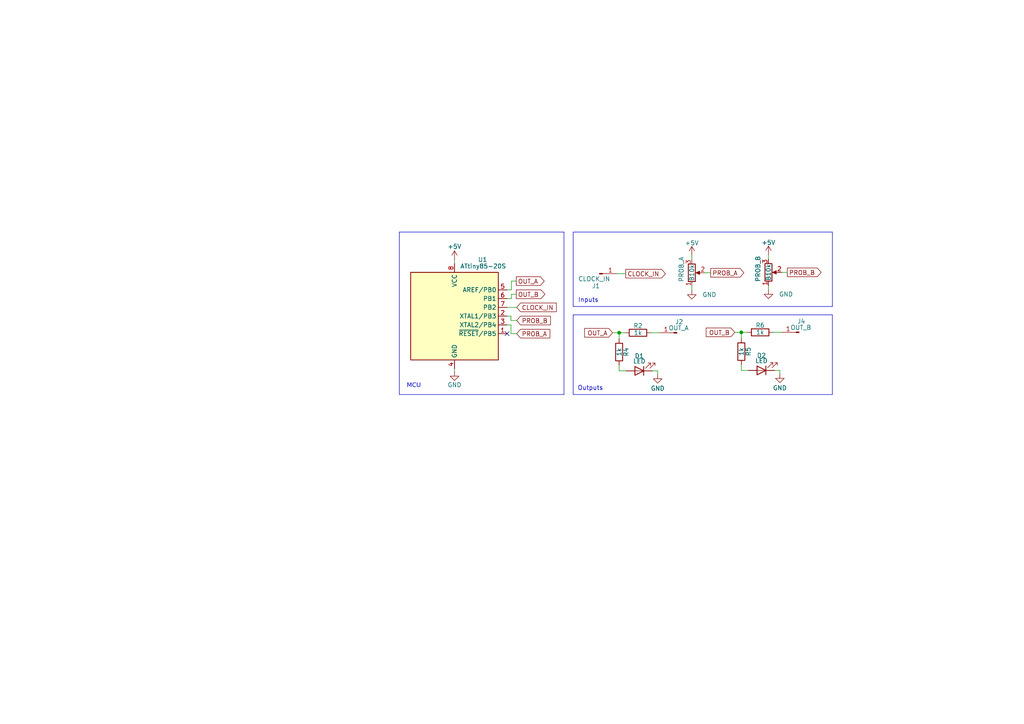
<source format=kicad_sch>
(kicad_sch (version 20230121) (generator eeschema)
  (paper "A4")
  (lib_symbols
    (symbol "Connector:Conn_01x01_Pin" (pin_names (offset 1.016) hide)
      (property "Reference" "J" (at 0 2.54 0))
      (property "Value" "Conn_01x01_Pin" (at 0 -2.54 0))
      (symbol "Conn_01x01_Pin_1_1"
        (polyline (pts (xy 1.27 0) (xy 0.8636 0)) (stroke (width 0.1524)))
        (rectangle (start 0.8636 0.127) (end 0 -0.127) (stroke (width 0.1524)) (fill (type outline)))
        (pin passive line (at 5.08 0 180) (length 3.81) (name "Pin_1") (number "1"))
      )
    )
    (symbol "Device:LED" (pin_numbers hide) (pin_names (offset 1.016) hide)
      (property "Reference" "D" (at 0 2.54 0))
      (property "Value" "LED" (at 0 -2.54 0))
      (symbol "LED_0_1"
        (polyline (pts (xy -1.27 -1.27) (xy -1.27 1.27)) (stroke (width 0.254)))
        (polyline (pts (xy -1.27 0) (xy 1.27 0)))
        (polyline (pts (xy 1.27 -1.27) (xy 1.27 1.27) (xy -1.27 0) (xy 1.27 -1.27)) (stroke (width 0.254)))
        (polyline (pts (xy -3.048 -0.762) (xy -4.572 -2.286) (xy -3.81 -2.286) (xy -4.572 -2.286) (xy -4.572 -1.524)))
        (polyline (pts (xy -1.778 -0.762) (xy -3.302 -2.286) (xy -2.54 -2.286) (xy -3.302 -2.286) (xy -3.302 -1.524)))
      )
      (symbol "LED_1_1"
        (pin passive line (at -3.81 0 0) (length 2.54) (name "K") (number "1"))
        (pin passive line (at 3.81 0 180) (length 2.54) (name "A") (number "2"))
      )
    )
    (symbol "Device:R" (pin_numbers hide) (pin_names (offset 0))
      (property "Reference" "R" (at 2.032 0 90))
      (property "Value" "R" (at 0 0 90))
      (symbol "R_0_1"
        (rectangle (start -1.016 -2.54) (end 1.016 2.54) (stroke (width 0.254)))
      )
      (symbol "R_1_1"
        (pin passive line (at 0 3.81 270) (length 1.27) (name "~") (number "1"))
        (pin passive line (at 0 -3.81 90) (length 1.27) (name "~") (number "2"))
      )
    )
    (symbol "Device:R_Potentiometer" (pin_names (offset 1.016) hide)
      (property "Reference" "RV" (at -4.445 0 90))
      (property "Value" "R_Potentiometer" (at -2.54 0 90))
      (symbol "R_Potentiometer_0_1"
        (polyline (pts (xy 2.54 0) (xy 1.524 0)))
        (polyline (pts (xy 1.143 0) (xy 2.286 0.508) (xy 2.286 -0.508) (xy 1.143 0)) (fill (type outline)))
        (rectangle (start 1.016 2.54) (end -1.016 -2.54) (stroke (width 0.254)))
      )
      (symbol "R_Potentiometer_1_1"
        (pin passive line (at 0 3.81 270) (length 1.27) (name "1") (number "1"))
        (pin passive line (at 3.81 0 180) (length 1.27) (name "2") (number "2"))
        (pin passive line (at 0 -3.81 90) (length 1.27) (name "3") (number "3"))
      )
    )
    (symbol "MCU_Microchip_ATtiny:ATtiny85-20S"
      (property "Reference" "U" (at -12.7 13.97 0))
      (property "Value" "ATtiny85-20S" (at 2.54 -13.97 0))
      (symbol "ATtiny85-20S_0_1"
        (rectangle (start -12.7 -12.7) (end 12.7 12.7) (stroke (width 0.254)) (fill (type background)))
      )
      (symbol "ATtiny85-20S_1_1"
        (pin bidirectional line (at 15.24 -5.08 180) (length 2.54) (name "~{RESET}/PB5") (number "1"))
        (pin bidirectional line (at 15.24 0 180) (length 2.54) (name "XTAL1/PB3") (number "2"))
        (pin bidirectional line (at 15.24 -2.54 180) (length 2.54) (name "XTAL2/PB4") (number "3"))
        (pin power_in line (at 0 -15.24 90) (length 2.54) (name "GND") (number "4"))
        (pin bidirectional line (at 15.24 7.62 180) (length 2.54) (name "AREF/PB0") (number "5"))
        (pin bidirectional line (at 15.24 5.08 180) (length 2.54) (name "PB1") (number "6"))
        (pin bidirectional line (at 15.24 2.54 180) (length 2.54) (name "PB2") (number "7"))
        (pin power_in line (at 0 15.24 270) (length 2.54) (name "VCC") (number "8"))
      )
    )
    (symbol "power:+5V" (power) (pin_names (offset 0))
      (property "Value" "+5V" (at 0 3.556 0))
      (symbol "+5V_0_1"
        (polyline (pts (xy -0.762 1.27) (xy 0 2.54)))
        (polyline (pts (xy 0 0) (xy 0 2.54)))
        (polyline (pts (xy 0 2.54) (xy 0.762 1.27)))
      )
      (symbol "+5V_1_1"
        (pin power_in line (at 0 0 90) (length 0) hide (name "+5V") (number "1"))
      )
    )
    (symbol "power:GND" (power) (pin_names (offset 0))
      (property "Value" "GND" (at 0 -3.81 0))
      (symbol "GND_0_1"
        (polyline (pts (xy 0 0) (xy 0 -1.27) (xy 1.27 -1.27) (xy 0 -2.54) (xy -1.27 -1.27) (xy 0 -1.27)))
      )
      (symbol "GND_1_1"
        (pin power_in line (at 0 0 270) (length 0) hide (name "GND") (number "1"))
      )
    )
  )
  (junction (at 179.578 96.52))
  (junction (at 215.011 96.393))
  (no_connect (at 147.066 96.774))
  (wire (pts (xy 215.011 107.442) (xy 217.043 107.442)))
  (wire (pts (xy 179.578 105.918) (xy 179.578 107.569)))
  (wire (pts (xy 215.011 96.393) (xy 216.662 96.393)))
  (polyline (pts (xy 115.824 67.31) (xy 163.576 67.31)))
  (wire (pts (xy 131.826 75.311) (xy 131.826 76.454)))
  (wire (pts (xy 148.209 94.234) (xy 148.209 96.774)))
  (polyline (pts (xy 241.427 114.427) (xy 166.243 114.427)))
  (wire (pts (xy 148.209 91.694) (xy 148.209 92.964)))
  (polyline (pts (xy 166.243 67.31) (xy 166.243 88.9)))
  (polyline (pts (xy 241.427 67.31) (xy 241.427 88.9)))
  (wire (pts (xy 224.282 96.393) (xy 226.695 96.393)))
  (wire (pts (xy 131.826 106.934) (xy 131.826 107.823)))
  (wire (pts (xy 149.733 81.534) (xy 148.336 81.534)))
  (wire (pts (xy 190.754 108.585) (xy 190.754 107.569)))
  (wire (pts (xy 148.209 92.964) (xy 149.86 92.964)))
  (wire (pts (xy 200.66 74.041) (xy 200.66 75.311)))
  (polyline (pts (xy 166.243 91.313) (xy 241.427 91.313)))
  (wire (pts (xy 147.066 86.614) (xy 148.336 86.614)))
  (wire (pts (xy 179.578 107.569) (xy 181.61 107.569)))
  (wire (pts (xy 147.066 89.154) (xy 149.86 89.154)))
  (polyline (pts (xy 166.243 91.313) (xy 166.243 114.427)))
  (wire (pts (xy 190.754 107.569) (xy 189.23 107.569)))
  (polyline (pts (xy 166.37 67.31) (xy 241.427 67.31)))
  (wire (pts (xy 200.66 84.201) (xy 200.66 82.931)))
  (wire (pts (xy 213.106 96.393) (xy 215.011 96.393)))
  (wire (pts (xy 179.578 96.52) (xy 179.578 98.298)))
  (wire (pts (xy 179.578 96.52) (xy 181.229 96.52)))
  (wire (pts (xy 226.187 108.458) (xy 226.187 107.442)))
  (wire (pts (xy 215.011 105.791) (xy 215.011 107.442)))
  (polyline (pts (xy 163.576 114.427) (xy 115.824 114.427)))
  (wire (pts (xy 188.849 96.52) (xy 191.262 96.52)))
  (wire (pts (xy 226.187 107.442) (xy 224.663 107.442)))
  (wire (pts (xy 147.066 94.234) (xy 148.209 94.234)))
  (wire (pts (xy 148.336 84.074) (xy 147.066 84.074)))
  (polyline (pts (xy 115.824 114.427) (xy 115.824 67.31)))
  (polyline (pts (xy 241.427 88.9) (xy 166.243 88.9)))
  (wire (pts (xy 222.885 73.914) (xy 222.885 75.184)))
  (wire (pts (xy 204.47 79.121) (xy 206.121 79.121)))
  (wire (pts (xy 177.673 96.52) (xy 179.578 96.52)))
  (wire (pts (xy 222.885 84.074) (xy 222.885 82.804)))
  (wire (pts (xy 148.336 81.534) (xy 148.336 84.074)))
  (wire (pts (xy 215.011 96.393) (xy 215.011 98.171)))
  (polyline (pts (xy 163.576 67.31) (xy 163.576 114.427)))
  (wire (pts (xy 148.336 85.344) (xy 149.733 85.344)))
  (wire (pts (xy 148.336 86.614) (xy 148.336 85.344)))
  (wire (pts (xy 147.066 91.694) (xy 148.209 91.694)))
  (wire (pts (xy 178.943 79.375) (xy 181.483 79.375)))
  (wire (pts (xy 148.209 96.774) (xy 149.86 96.774)))
  (polyline (pts (xy 241.427 91.313) (xy 241.427 114.427)))
  (wire (pts (xy 226.695 78.994) (xy 228.346 78.994)))
  (text "Inputs" (at 167.64 87.884 0) (effects (font (size 1.27 1.27)) (justify left bottom)))
  (text "MCU" (at 117.983 113.03 0) (effects (font (size 1.27 1.27)) (justify left bottom)))
  (text "Outputs" (at 167.513 113.411 0) (effects (font (size 1.27 1.27)) (justify left bottom)))
  (global_label "OUT_B" (shape input) (at 213.106 96.393 180) (property "Intersheetrefs" "${INTERSHEET_REFS}" (effects hide)))
  (global_label "PROB_B" (shape input) (at 149.86 92.964 0) (property "Intersheetrefs" "${INTERSHEET_REFS}" (effects hide)))
  (global_label "PROB_B" (shape output) (at 228.346 78.994 0) (property "Intersheetrefs" "${INTERSHEET_REFS}" (effects hide)))
  (global_label "PROB_A" (shape input) (at 149.86 96.774 0) (property "Intersheetrefs" "${INTERSHEET_REFS}" (effects hide)))
  (global_label "CLOCK_IN" (shape input) (at 149.86 89.154 0) (property "Intersheetrefs" "${INTERSHEET_REFS}" (effects hide)))
  (global_label "PROB_A" (shape output) (at 206.121 79.121 0) (property "Intersheetrefs" "${INTERSHEET_REFS}" (effects hide)))
  (global_label "OUT_A" (shape output) (at 149.733 81.534 0) (property "Intersheetrefs" "${INTERSHEET_REFS}" (effects hide)))
  (global_label "OUT_A" (shape input) (at 177.673 96.52 180) (property "Intersheetrefs" "${INTERSHEET_REFS}" (effects hide)))
  (global_label "OUT_B" (shape output) (at 149.733 85.344 0) (property "Intersheetrefs" "${INTERSHEET_REFS}" (effects hide)))
  (global_label "CLOCK_IN" (shape output) (at 181.483 79.375 0) (property "Intersheetrefs" "${INTERSHEET_REFS}" (effects hide)))
  (symbol (lib_id "Device:R_Potentiometer") (at 222.885 78.994 0) (mirror x) (unit 1)
    (property "Reference" "PROB_B" (at 219.837 77.978 90))
    (property "Value" "B10k" (at 222.885 78.994 90))
  )
  (symbol (lib_id "Device:R") (at 220.472 96.393 90) (unit 1)
    (property "Reference" "R6" (at 220.472 94.361 90))
    (property "Value" "1k" (at 220.472 96.393 90))
  )
  (symbol (lib_id "power:GND") (at 190.754 108.585 0) (unit 1)
    (property "Reference" "#PWR07" (effects hide))
    (property "Value" "GND" (at 190.754 112.649 0))
  )
  (symbol (lib_id "power:GND") (at 226.187 108.458 0) (unit 1)
    (property "Reference" "#PWR08" (effects hide))
    (property "Value" "GND" (at 226.187 112.522 0))
  )
  (symbol (lib_id "Connector:Conn_01x01_Pin") (at 173.863 79.375 0) (unit 1)
    (property "Reference" "J1" (at 172.847 82.931 0))
    (property "Value" "CLOCK_IN" (at 172.339 80.899 0))
  )
  (symbol (lib_id "MCU_Microchip_ATtiny:ATtiny85-20S") (at 131.826 91.694 0) (unit 1)
    (property "Reference" "U1" (at 141.351 75.311 0) (effects (justify right)))
    (property "Value" "ATtiny85-20S" (at 146.812 77.216 0) (effects (justify right)))
    (property "Footprint" "Package_SO:SOIC-8W_5.3x5.3mm_P1.27mm" (effects hide))
    (property "Datasheet" "http://ww1.microchip.com/downloads/en/DeviceDoc/atmel-2586-avr-8-bit-microcontroller-attiny25-attiny45-attiny85_datasheet.pdf" (effects hide))
  )
  (symbol (lib_id "power:+5V") (at 222.885 73.914 0) (mirror y) (unit 1)
    (property "Reference" "#PWR04" (effects hide))
    (property "Value" "+5V" (at 222.885 70.358 0))
  )
  (symbol (lib_id "Device:R") (at 185.039 96.52 90) (unit 1)
    (property "Reference" "R2" (at 185.039 94.488 90))
    (property "Value" "1k" (at 185.039 96.52 90))
  )
  (symbol (lib_id "Device:R") (at 215.011 101.981 0) (unit 1)
    (property "Reference" "R5" (at 217.043 101.981 90))
    (property "Value" "1k" (at 215.011 101.981 90))
  )
  (symbol (lib_id "power:GND") (at 222.885 84.074 0) (mirror y) (unit 1)
    (property "Reference" "#PWR06" (effects hide))
    (property "Value" "GND" (at 225.933 85.344 0) (effects (justify right)))
  )
  (symbol (lib_id "Connector:Conn_01x01_Pin") (at 196.342 96.52 180) (unit 1)
    (property "Reference" "J2" (at 196.977 93.345 0))
    (property "Value" "OUT_A" (at 196.85 95.123 0))
  )
  (symbol (lib_id "Connector:Conn_01x01_Pin") (at 231.775 96.393 180) (unit 1)
    (property "Reference" "J4" (at 232.41 93.218 0))
    (property "Value" "OUT_B" (at 232.283 94.996 0))
  )
  (symbol (lib_id "Device:R_Potentiometer") (at 200.66 79.121 0) (mirror x) (unit 1)
    (property "Reference" "PROB_A" (at 197.612 78.105 90))
    (property "Value" "B10k" (at 200.66 79.121 90))
  )
  (symbol (lib_id "Device:R") (at 179.578 102.108 0) (unit 1)
    (property "Reference" "R4" (at 181.61 102.108 90))
    (property "Value" "1k" (at 179.578 102.108 90))
  )
  (symbol (lib_id "Device:LED") (at 185.42 107.569 180) (unit 1)
    (property "Reference" "D1" (at 185.42 103.251 0))
    (property "Value" "LED" (at 185.42 104.775 0))
  )
  (symbol (lib_id "power:+5V") (at 131.826 75.311 0) (unit 1)
    (property "Reference" "#PWR01" (effects hide))
    (property "Value" "+5V" (at 131.826 71.501 0))
  )
  (symbol (lib_id "power:GND") (at 200.66 84.201 0) (mirror y) (unit 1)
    (property "Reference" "#PWR05" (effects hide))
    (property "Value" "GND" (at 203.708 85.471 0) (effects (justify right)))
  )
  (symbol (lib_id "power:+5V") (at 200.66 74.041 0) (mirror y) (unit 1)
    (property "Reference" "#PWR03" (effects hide))
    (property "Value" "+5V" (at 200.66 70.485 0))
  )
  (symbol (lib_id "power:GND") (at 131.826 107.823 0) (unit 1)
    (property "Reference" "#PWR02" (effects hide))
    (property "Value" "GND" (at 131.826 111.633 0))
  )
  (symbol (lib_id "Device:LED") (at 220.853 107.442 180) (unit 1)
    (property "Reference" "D2" (at 220.853 103.124 0))
    (property "Value" "LED" (at 220.853 104.648 0))
  )
)
</source>
